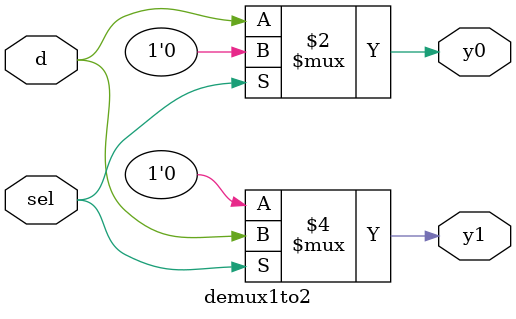
<source format=v>
/*
    -identificação: 

Demultiplexador - 25 / 10 / 2024

Nome: Davi Cândido de Almeida
Matricula: 857859
Código de Pessoa: 1527368

*/

module demux1to2 (
    input wire sel,  // Sinal de seleção
    input wire d,    // Entrada
    output wire y0, y1  // Saídas
);

    // Direciona a entrada para a saída selecionada
    assign y0 = (sel == 1'b0) ? d : 1'b0;
    assign y1 = (sel == 1'b1) ? d : 1'b0;

endmodule


 


</source>
